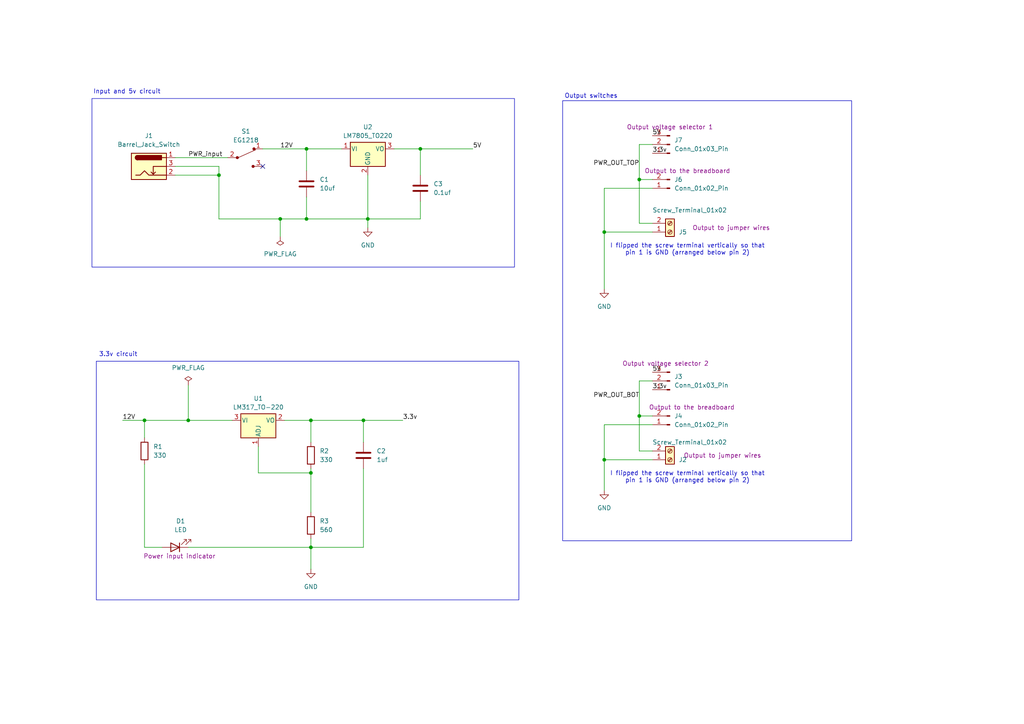
<source format=kicad_sch>
(kicad_sch
	(version 20250114)
	(generator "eeschema")
	(generator_version "9.0")
	(uuid "41ef537d-87eb-4581-a662-6f86a9d5e654")
	(paper "A4")
	(title_block
		(title "Breadboard Power Supply ")
		(date "2025-12-23")
		(rev "2")
		(company "SAKTHI")
	)
	(lib_symbols
		(symbol "Connector:Barrel_Jack_Switch"
			(pin_names
				(hide yes)
			)
			(exclude_from_sim no)
			(in_bom yes)
			(on_board yes)
			(property "Reference" "J"
				(at 0 5.334 0)
				(effects
					(font
						(size 1.27 1.27)
					)
				)
			)
			(property "Value" "Barrel_Jack_Switch"
				(at 0 -5.08 0)
				(effects
					(font
						(size 1.27 1.27)
					)
				)
			)
			(property "Footprint" ""
				(at 1.27 -1.016 0)
				(effects
					(font
						(size 1.27 1.27)
					)
					(hide yes)
				)
			)
			(property "Datasheet" "~"
				(at 1.27 -1.016 0)
				(effects
					(font
						(size 1.27 1.27)
					)
					(hide yes)
				)
			)
			(property "Description" "DC Barrel Jack with an internal switch"
				(at 0 0 0)
				(effects
					(font
						(size 1.27 1.27)
					)
					(hide yes)
				)
			)
			(property "ki_keywords" "DC power barrel jack connector"
				(at 0 0 0)
				(effects
					(font
						(size 1.27 1.27)
					)
					(hide yes)
				)
			)
			(property "ki_fp_filters" "BarrelJack*"
				(at 0 0 0)
				(effects
					(font
						(size 1.27 1.27)
					)
					(hide yes)
				)
			)
			(symbol "Barrel_Jack_Switch_0_1"
				(rectangle
					(start -5.08 3.81)
					(end 5.08 -3.81)
					(stroke
						(width 0.254)
						(type default)
					)
					(fill
						(type background)
					)
				)
				(polyline
					(pts
						(xy -3.81 -2.54) (xy -2.54 -2.54) (xy -1.27 -1.27) (xy 0 -2.54) (xy 2.54 -2.54) (xy 5.08 -2.54)
					)
					(stroke
						(width 0.254)
						(type default)
					)
					(fill
						(type none)
					)
				)
				(arc
					(start -3.302 1.905)
					(mid -3.9343 2.54)
					(end -3.302 3.175)
					(stroke
						(width 0.254)
						(type default)
					)
					(fill
						(type none)
					)
				)
				(arc
					(start -3.302 1.905)
					(mid -3.9343 2.54)
					(end -3.302 3.175)
					(stroke
						(width 0.254)
						(type default)
					)
					(fill
						(type outline)
					)
				)
				(polyline
					(pts
						(xy 1.27 -2.286) (xy 1.905 -1.651)
					)
					(stroke
						(width 0.254)
						(type default)
					)
					(fill
						(type none)
					)
				)
				(rectangle
					(start 3.683 3.175)
					(end -3.302 1.905)
					(stroke
						(width 0.254)
						(type default)
					)
					(fill
						(type outline)
					)
				)
				(polyline
					(pts
						(xy 5.08 2.54) (xy 3.81 2.54)
					)
					(stroke
						(width 0.254)
						(type default)
					)
					(fill
						(type none)
					)
				)
				(polyline
					(pts
						(xy 5.08 0) (xy 1.27 0) (xy 1.27 -2.286) (xy 0.635 -1.651)
					)
					(stroke
						(width 0.254)
						(type default)
					)
					(fill
						(type none)
					)
				)
			)
			(symbol "Barrel_Jack_Switch_1_1"
				(pin passive line
					(at 7.62 2.54 180)
					(length 2.54)
					(name "~"
						(effects
							(font
								(size 1.27 1.27)
							)
						)
					)
					(number "1"
						(effects
							(font
								(size 1.27 1.27)
							)
						)
					)
				)
				(pin passive line
					(at 7.62 0 180)
					(length 2.54)
					(name "~"
						(effects
							(font
								(size 1.27 1.27)
							)
						)
					)
					(number "3"
						(effects
							(font
								(size 1.27 1.27)
							)
						)
					)
				)
				(pin passive line
					(at 7.62 -2.54 180)
					(length 2.54)
					(name "~"
						(effects
							(font
								(size 1.27 1.27)
							)
						)
					)
					(number "2"
						(effects
							(font
								(size 1.27 1.27)
							)
						)
					)
				)
			)
			(embedded_fonts no)
		)
		(symbol "Connector:Conn_01x02_Pin"
			(pin_names
				(offset 1.016)
				(hide yes)
			)
			(exclude_from_sim no)
			(in_bom yes)
			(on_board yes)
			(property "Reference" "J"
				(at 0 2.54 0)
				(effects
					(font
						(size 1.27 1.27)
					)
				)
			)
			(property "Value" "Conn_01x02_Pin"
				(at 0 -5.08 0)
				(effects
					(font
						(size 1.27 1.27)
					)
				)
			)
			(property "Footprint" ""
				(at 0 0 0)
				(effects
					(font
						(size 1.27 1.27)
					)
					(hide yes)
				)
			)
			(property "Datasheet" "~"
				(at 0 0 0)
				(effects
					(font
						(size 1.27 1.27)
					)
					(hide yes)
				)
			)
			(property "Description" "Generic connector, single row, 01x02, script generated"
				(at 0 0 0)
				(effects
					(font
						(size 1.27 1.27)
					)
					(hide yes)
				)
			)
			(property "ki_locked" ""
				(at 0 0 0)
				(effects
					(font
						(size 1.27 1.27)
					)
				)
			)
			(property "ki_keywords" "connector"
				(at 0 0 0)
				(effects
					(font
						(size 1.27 1.27)
					)
					(hide yes)
				)
			)
			(property "ki_fp_filters" "Connector*:*_1x??_*"
				(at 0 0 0)
				(effects
					(font
						(size 1.27 1.27)
					)
					(hide yes)
				)
			)
			(symbol "Conn_01x02_Pin_1_1"
				(rectangle
					(start 0.8636 0.127)
					(end 0 -0.127)
					(stroke
						(width 0.1524)
						(type default)
					)
					(fill
						(type outline)
					)
				)
				(rectangle
					(start 0.8636 -2.413)
					(end 0 -2.667)
					(stroke
						(width 0.1524)
						(type default)
					)
					(fill
						(type outline)
					)
				)
				(polyline
					(pts
						(xy 1.27 0) (xy 0.8636 0)
					)
					(stroke
						(width 0.1524)
						(type default)
					)
					(fill
						(type none)
					)
				)
				(polyline
					(pts
						(xy 1.27 -2.54) (xy 0.8636 -2.54)
					)
					(stroke
						(width 0.1524)
						(type default)
					)
					(fill
						(type none)
					)
				)
				(pin passive line
					(at 5.08 0 180)
					(length 3.81)
					(name "Pin_1"
						(effects
							(font
								(size 1.27 1.27)
							)
						)
					)
					(number "1"
						(effects
							(font
								(size 1.27 1.27)
							)
						)
					)
				)
				(pin passive line
					(at 5.08 -2.54 180)
					(length 3.81)
					(name "Pin_2"
						(effects
							(font
								(size 1.27 1.27)
							)
						)
					)
					(number "2"
						(effects
							(font
								(size 1.27 1.27)
							)
						)
					)
				)
			)
			(embedded_fonts no)
		)
		(symbol "Connector:Conn_01x03_Pin"
			(pin_names
				(offset 1.016)
				(hide yes)
			)
			(exclude_from_sim no)
			(in_bom yes)
			(on_board yes)
			(property "Reference" "J"
				(at 0 5.08 0)
				(effects
					(font
						(size 1.27 1.27)
					)
				)
			)
			(property "Value" "Conn_01x03_Pin"
				(at 0 -5.08 0)
				(effects
					(font
						(size 1.27 1.27)
					)
				)
			)
			(property "Footprint" ""
				(at 0 0 0)
				(effects
					(font
						(size 1.27 1.27)
					)
					(hide yes)
				)
			)
			(property "Datasheet" "~"
				(at 0 0 0)
				(effects
					(font
						(size 1.27 1.27)
					)
					(hide yes)
				)
			)
			(property "Description" "Generic connector, single row, 01x03, script generated"
				(at 0 0 0)
				(effects
					(font
						(size 1.27 1.27)
					)
					(hide yes)
				)
			)
			(property "ki_locked" ""
				(at 0 0 0)
				(effects
					(font
						(size 1.27 1.27)
					)
				)
			)
			(property "ki_keywords" "connector"
				(at 0 0 0)
				(effects
					(font
						(size 1.27 1.27)
					)
					(hide yes)
				)
			)
			(property "ki_fp_filters" "Connector*:*_1x??_*"
				(at 0 0 0)
				(effects
					(font
						(size 1.27 1.27)
					)
					(hide yes)
				)
			)
			(symbol "Conn_01x03_Pin_1_1"
				(rectangle
					(start 0.8636 2.667)
					(end 0 2.413)
					(stroke
						(width 0.1524)
						(type default)
					)
					(fill
						(type outline)
					)
				)
				(rectangle
					(start 0.8636 0.127)
					(end 0 -0.127)
					(stroke
						(width 0.1524)
						(type default)
					)
					(fill
						(type outline)
					)
				)
				(rectangle
					(start 0.8636 -2.413)
					(end 0 -2.667)
					(stroke
						(width 0.1524)
						(type default)
					)
					(fill
						(type outline)
					)
				)
				(polyline
					(pts
						(xy 1.27 2.54) (xy 0.8636 2.54)
					)
					(stroke
						(width 0.1524)
						(type default)
					)
					(fill
						(type none)
					)
				)
				(polyline
					(pts
						(xy 1.27 0) (xy 0.8636 0)
					)
					(stroke
						(width 0.1524)
						(type default)
					)
					(fill
						(type none)
					)
				)
				(polyline
					(pts
						(xy 1.27 -2.54) (xy 0.8636 -2.54)
					)
					(stroke
						(width 0.1524)
						(type default)
					)
					(fill
						(type none)
					)
				)
				(pin passive line
					(at 5.08 2.54 180)
					(length 3.81)
					(name "Pin_1"
						(effects
							(font
								(size 1.27 1.27)
							)
						)
					)
					(number "1"
						(effects
							(font
								(size 1.27 1.27)
							)
						)
					)
				)
				(pin passive line
					(at 5.08 0 180)
					(length 3.81)
					(name "Pin_2"
						(effects
							(font
								(size 1.27 1.27)
							)
						)
					)
					(number "2"
						(effects
							(font
								(size 1.27 1.27)
							)
						)
					)
				)
				(pin passive line
					(at 5.08 -2.54 180)
					(length 3.81)
					(name "Pin_3"
						(effects
							(font
								(size 1.27 1.27)
							)
						)
					)
					(number "3"
						(effects
							(font
								(size 1.27 1.27)
							)
						)
					)
				)
			)
			(embedded_fonts no)
		)
		(symbol "Connector:Screw_Terminal_01x02"
			(pin_names
				(offset 1.016)
				(hide yes)
			)
			(exclude_from_sim no)
			(in_bom yes)
			(on_board yes)
			(property "Reference" "J"
				(at 0 2.54 0)
				(effects
					(font
						(size 1.27 1.27)
					)
				)
			)
			(property "Value" "Screw_Terminal_01x02"
				(at 0 -5.08 0)
				(effects
					(font
						(size 1.27 1.27)
					)
				)
			)
			(property "Footprint" ""
				(at 0 0 0)
				(effects
					(font
						(size 1.27 1.27)
					)
					(hide yes)
				)
			)
			(property "Datasheet" "~"
				(at 0 0 0)
				(effects
					(font
						(size 1.27 1.27)
					)
					(hide yes)
				)
			)
			(property "Description" "Generic screw terminal, single row, 01x02, script generated (kicad-library-utils/schlib/autogen/connector/)"
				(at 0 0 0)
				(effects
					(font
						(size 1.27 1.27)
					)
					(hide yes)
				)
			)
			(property "ki_keywords" "screw terminal"
				(at 0 0 0)
				(effects
					(font
						(size 1.27 1.27)
					)
					(hide yes)
				)
			)
			(property "ki_fp_filters" "TerminalBlock*:*"
				(at 0 0 0)
				(effects
					(font
						(size 1.27 1.27)
					)
					(hide yes)
				)
			)
			(symbol "Screw_Terminal_01x02_1_1"
				(rectangle
					(start -1.27 1.27)
					(end 1.27 -3.81)
					(stroke
						(width 0.254)
						(type default)
					)
					(fill
						(type background)
					)
				)
				(polyline
					(pts
						(xy -0.5334 0.3302) (xy 0.3302 -0.508)
					)
					(stroke
						(width 0.1524)
						(type default)
					)
					(fill
						(type none)
					)
				)
				(polyline
					(pts
						(xy -0.5334 -2.2098) (xy 0.3302 -3.048)
					)
					(stroke
						(width 0.1524)
						(type default)
					)
					(fill
						(type none)
					)
				)
				(polyline
					(pts
						(xy -0.3556 0.508) (xy 0.508 -0.3302)
					)
					(stroke
						(width 0.1524)
						(type default)
					)
					(fill
						(type none)
					)
				)
				(polyline
					(pts
						(xy -0.3556 -2.032) (xy 0.508 -2.8702)
					)
					(stroke
						(width 0.1524)
						(type default)
					)
					(fill
						(type none)
					)
				)
				(circle
					(center 0 0)
					(radius 0.635)
					(stroke
						(width 0.1524)
						(type default)
					)
					(fill
						(type none)
					)
				)
				(circle
					(center 0 -2.54)
					(radius 0.635)
					(stroke
						(width 0.1524)
						(type default)
					)
					(fill
						(type none)
					)
				)
				(pin passive line
					(at -5.08 0 0)
					(length 3.81)
					(name "Pin_1"
						(effects
							(font
								(size 1.27 1.27)
							)
						)
					)
					(number "1"
						(effects
							(font
								(size 1.27 1.27)
							)
						)
					)
				)
				(pin passive line
					(at -5.08 -2.54 0)
					(length 3.81)
					(name "Pin_2"
						(effects
							(font
								(size 1.27 1.27)
							)
						)
					)
					(number "2"
						(effects
							(font
								(size 1.27 1.27)
							)
						)
					)
				)
			)
			(embedded_fonts no)
		)
		(symbol "Device:C"
			(pin_numbers
				(hide yes)
			)
			(pin_names
				(offset 0.254)
			)
			(exclude_from_sim no)
			(in_bom yes)
			(on_board yes)
			(property "Reference" "C"
				(at 0.635 2.54 0)
				(effects
					(font
						(size 1.27 1.27)
					)
					(justify left)
				)
			)
			(property "Value" "C"
				(at 0.635 -2.54 0)
				(effects
					(font
						(size 1.27 1.27)
					)
					(justify left)
				)
			)
			(property "Footprint" ""
				(at 0.9652 -3.81 0)
				(effects
					(font
						(size 1.27 1.27)
					)
					(hide yes)
				)
			)
			(property "Datasheet" "~"
				(at 0 0 0)
				(effects
					(font
						(size 1.27 1.27)
					)
					(hide yes)
				)
			)
			(property "Description" "Unpolarized capacitor"
				(at 0 0 0)
				(effects
					(font
						(size 1.27 1.27)
					)
					(hide yes)
				)
			)
			(property "ki_keywords" "cap capacitor"
				(at 0 0 0)
				(effects
					(font
						(size 1.27 1.27)
					)
					(hide yes)
				)
			)
			(property "ki_fp_filters" "C_*"
				(at 0 0 0)
				(effects
					(font
						(size 1.27 1.27)
					)
					(hide yes)
				)
			)
			(symbol "C_0_1"
				(polyline
					(pts
						(xy -2.032 0.762) (xy 2.032 0.762)
					)
					(stroke
						(width 0.508)
						(type default)
					)
					(fill
						(type none)
					)
				)
				(polyline
					(pts
						(xy -2.032 -0.762) (xy 2.032 -0.762)
					)
					(stroke
						(width 0.508)
						(type default)
					)
					(fill
						(type none)
					)
				)
			)
			(symbol "C_1_1"
				(pin passive line
					(at 0 3.81 270)
					(length 2.794)
					(name "~"
						(effects
							(font
								(size 1.27 1.27)
							)
						)
					)
					(number "1"
						(effects
							(font
								(size 1.27 1.27)
							)
						)
					)
				)
				(pin passive line
					(at 0 -3.81 90)
					(length 2.794)
					(name "~"
						(effects
							(font
								(size 1.27 1.27)
							)
						)
					)
					(number "2"
						(effects
							(font
								(size 1.27 1.27)
							)
						)
					)
				)
			)
			(embedded_fonts no)
		)
		(symbol "Device:LED"
			(pin_numbers
				(hide yes)
			)
			(pin_names
				(offset 1.016)
				(hide yes)
			)
			(exclude_from_sim no)
			(in_bom yes)
			(on_board yes)
			(property "Reference" "D"
				(at 0 2.54 0)
				(effects
					(font
						(size 1.27 1.27)
					)
				)
			)
			(property "Value" "LED"
				(at 0 -2.54 0)
				(effects
					(font
						(size 1.27 1.27)
					)
				)
			)
			(property "Footprint" ""
				(at 0 0 0)
				(effects
					(font
						(size 1.27 1.27)
					)
					(hide yes)
				)
			)
			(property "Datasheet" "~"
				(at 0 0 0)
				(effects
					(font
						(size 1.27 1.27)
					)
					(hide yes)
				)
			)
			(property "Description" "Light emitting diode"
				(at 0 0 0)
				(effects
					(font
						(size 1.27 1.27)
					)
					(hide yes)
				)
			)
			(property "Sim.Pins" "1=K 2=A"
				(at 0 0 0)
				(effects
					(font
						(size 1.27 1.27)
					)
					(hide yes)
				)
			)
			(property "ki_keywords" "LED diode"
				(at 0 0 0)
				(effects
					(font
						(size 1.27 1.27)
					)
					(hide yes)
				)
			)
			(property "ki_fp_filters" "LED* LED_SMD:* LED_THT:*"
				(at 0 0 0)
				(effects
					(font
						(size 1.27 1.27)
					)
					(hide yes)
				)
			)
			(symbol "LED_0_1"
				(polyline
					(pts
						(xy -3.048 -0.762) (xy -4.572 -2.286) (xy -3.81 -2.286) (xy -4.572 -2.286) (xy -4.572 -1.524)
					)
					(stroke
						(width 0)
						(type default)
					)
					(fill
						(type none)
					)
				)
				(polyline
					(pts
						(xy -1.778 -0.762) (xy -3.302 -2.286) (xy -2.54 -2.286) (xy -3.302 -2.286) (xy -3.302 -1.524)
					)
					(stroke
						(width 0)
						(type default)
					)
					(fill
						(type none)
					)
				)
				(polyline
					(pts
						(xy -1.27 0) (xy 1.27 0)
					)
					(stroke
						(width 0)
						(type default)
					)
					(fill
						(type none)
					)
				)
				(polyline
					(pts
						(xy -1.27 -1.27) (xy -1.27 1.27)
					)
					(stroke
						(width 0.254)
						(type default)
					)
					(fill
						(type none)
					)
				)
				(polyline
					(pts
						(xy 1.27 -1.27) (xy 1.27 1.27) (xy -1.27 0) (xy 1.27 -1.27)
					)
					(stroke
						(width 0.254)
						(type default)
					)
					(fill
						(type none)
					)
				)
			)
			(symbol "LED_1_1"
				(pin passive line
					(at -3.81 0 0)
					(length 2.54)
					(name "K"
						(effects
							(font
								(size 1.27 1.27)
							)
						)
					)
					(number "1"
						(effects
							(font
								(size 1.27 1.27)
							)
						)
					)
				)
				(pin passive line
					(at 3.81 0 180)
					(length 2.54)
					(name "A"
						(effects
							(font
								(size 1.27 1.27)
							)
						)
					)
					(number "2"
						(effects
							(font
								(size 1.27 1.27)
							)
						)
					)
				)
			)
			(embedded_fonts no)
		)
		(symbol "Device:R"
			(pin_numbers
				(hide yes)
			)
			(pin_names
				(offset 0)
			)
			(exclude_from_sim no)
			(in_bom yes)
			(on_board yes)
			(property "Reference" "R"
				(at 2.032 0 90)
				(effects
					(font
						(size 1.27 1.27)
					)
				)
			)
			(property "Value" "R"
				(at 0 0 90)
				(effects
					(font
						(size 1.27 1.27)
					)
				)
			)
			(property "Footprint" ""
				(at -1.778 0 90)
				(effects
					(font
						(size 1.27 1.27)
					)
					(hide yes)
				)
			)
			(property "Datasheet" "~"
				(at 0 0 0)
				(effects
					(font
						(size 1.27 1.27)
					)
					(hide yes)
				)
			)
			(property "Description" "Resistor"
				(at 0 0 0)
				(effects
					(font
						(size 1.27 1.27)
					)
					(hide yes)
				)
			)
			(property "ki_keywords" "R res resistor"
				(at 0 0 0)
				(effects
					(font
						(size 1.27 1.27)
					)
					(hide yes)
				)
			)
			(property "ki_fp_filters" "R_*"
				(at 0 0 0)
				(effects
					(font
						(size 1.27 1.27)
					)
					(hide yes)
				)
			)
			(symbol "R_0_1"
				(rectangle
					(start -1.016 -2.54)
					(end 1.016 2.54)
					(stroke
						(width 0.254)
						(type default)
					)
					(fill
						(type none)
					)
				)
			)
			(symbol "R_1_1"
				(pin passive line
					(at 0 3.81 270)
					(length 1.27)
					(name "~"
						(effects
							(font
								(size 1.27 1.27)
							)
						)
					)
					(number "1"
						(effects
							(font
								(size 1.27 1.27)
							)
						)
					)
				)
				(pin passive line
					(at 0 -3.81 90)
					(length 1.27)
					(name "~"
						(effects
							(font
								(size 1.27 1.27)
							)
						)
					)
					(number "2"
						(effects
							(font
								(size 1.27 1.27)
							)
						)
					)
				)
			)
			(embedded_fonts no)
		)
		(symbol "Regulator_Linear:LM317_TO-220"
			(pin_names
				(offset 0.254)
			)
			(exclude_from_sim no)
			(in_bom yes)
			(on_board yes)
			(property "Reference" "U"
				(at -3.81 3.175 0)
				(effects
					(font
						(size 1.27 1.27)
					)
				)
			)
			(property "Value" "LM317_TO-220"
				(at 0 3.175 0)
				(effects
					(font
						(size 1.27 1.27)
					)
					(justify left)
				)
			)
			(property "Footprint" "Package_TO_SOT_THT:TO-220-3_Vertical"
				(at 0 6.35 0)
				(effects
					(font
						(size 1.27 1.27)
						(italic yes)
					)
					(hide yes)
				)
			)
			(property "Datasheet" "http://www.ti.com/lit/ds/symlink/lm317.pdf"
				(at 0 0 0)
				(effects
					(font
						(size 1.27 1.27)
					)
					(hide yes)
				)
			)
			(property "Description" "1.5A 35V Adjustable Linear Regulator, TO-220"
				(at 0 0 0)
				(effects
					(font
						(size 1.27 1.27)
					)
					(hide yes)
				)
			)
			(property "ki_keywords" "Adjustable Voltage Regulator 1A Positive"
				(at 0 0 0)
				(effects
					(font
						(size 1.27 1.27)
					)
					(hide yes)
				)
			)
			(property "ki_fp_filters" "TO?220*"
				(at 0 0 0)
				(effects
					(font
						(size 1.27 1.27)
					)
					(hide yes)
				)
			)
			(symbol "LM317_TO-220_0_1"
				(rectangle
					(start -5.08 1.905)
					(end 5.08 -5.08)
					(stroke
						(width 0.254)
						(type default)
					)
					(fill
						(type background)
					)
				)
			)
			(symbol "LM317_TO-220_1_1"
				(pin power_in line
					(at -7.62 0 0)
					(length 2.54)
					(name "VI"
						(effects
							(font
								(size 1.27 1.27)
							)
						)
					)
					(number "3"
						(effects
							(font
								(size 1.27 1.27)
							)
						)
					)
				)
				(pin input line
					(at 0 -7.62 90)
					(length 2.54)
					(name "ADJ"
						(effects
							(font
								(size 1.27 1.27)
							)
						)
					)
					(number "1"
						(effects
							(font
								(size 1.27 1.27)
							)
						)
					)
				)
				(pin power_out line
					(at 7.62 0 180)
					(length 2.54)
					(name "VO"
						(effects
							(font
								(size 1.27 1.27)
							)
						)
					)
					(number "2"
						(effects
							(font
								(size 1.27 1.27)
							)
						)
					)
				)
			)
			(embedded_fonts no)
		)
		(symbol "Regulator_Linear:LM7805_TO220"
			(pin_names
				(offset 0.254)
			)
			(exclude_from_sim no)
			(in_bom yes)
			(on_board yes)
			(property "Reference" "U"
				(at -3.81 3.175 0)
				(effects
					(font
						(size 1.27 1.27)
					)
				)
			)
			(property "Value" "LM7805_TO220"
				(at 0 3.175 0)
				(effects
					(font
						(size 1.27 1.27)
					)
					(justify left)
				)
			)
			(property "Footprint" "Package_TO_SOT_THT:TO-220-3_Vertical"
				(at 0 5.715 0)
				(effects
					(font
						(size 1.27 1.27)
						(italic yes)
					)
					(hide yes)
				)
			)
			(property "Datasheet" "https://www.onsemi.cn/PowerSolutions/document/MC7800-D.PDF"
				(at 0 -1.27 0)
				(effects
					(font
						(size 1.27 1.27)
					)
					(hide yes)
				)
			)
			(property "Description" "Positive 1A 35V Linear Regulator, Fixed Output 5V, TO-220"
				(at 0 0 0)
				(effects
					(font
						(size 1.27 1.27)
					)
					(hide yes)
				)
			)
			(property "ki_keywords" "Voltage Regulator 1A Positive"
				(at 0 0 0)
				(effects
					(font
						(size 1.27 1.27)
					)
					(hide yes)
				)
			)
			(property "ki_fp_filters" "TO?220*"
				(at 0 0 0)
				(effects
					(font
						(size 1.27 1.27)
					)
					(hide yes)
				)
			)
			(symbol "LM7805_TO220_0_1"
				(rectangle
					(start -5.08 1.905)
					(end 5.08 -5.08)
					(stroke
						(width 0.254)
						(type default)
					)
					(fill
						(type background)
					)
				)
			)
			(symbol "LM7805_TO220_1_1"
				(pin power_in line
					(at -7.62 0 0)
					(length 2.54)
					(name "VI"
						(effects
							(font
								(size 1.27 1.27)
							)
						)
					)
					(number "1"
						(effects
							(font
								(size 1.27 1.27)
							)
						)
					)
				)
				(pin power_in line
					(at 0 -7.62 90)
					(length 2.54)
					(name "GND"
						(effects
							(font
								(size 1.27 1.27)
							)
						)
					)
					(number "2"
						(effects
							(font
								(size 1.27 1.27)
							)
						)
					)
				)
				(pin power_out line
					(at 7.62 0 180)
					(length 2.54)
					(name "VO"
						(effects
							(font
								(size 1.27 1.27)
							)
						)
					)
					(number "3"
						(effects
							(font
								(size 1.27 1.27)
							)
						)
					)
				)
			)
			(embedded_fonts no)
		)
		(symbol "dk_Slide-Switches:EG1218"
			(pin_names
				(offset 0)
			)
			(exclude_from_sim no)
			(in_bom yes)
			(on_board yes)
			(property "Reference" "S"
				(at -3.81 2.286 0)
				(effects
					(font
						(size 1.27 1.27)
					)
				)
			)
			(property "Value" "EG1218"
				(at 0 -5.334 0)
				(effects
					(font
						(size 1.27 1.27)
					)
				)
			)
			(property "Footprint" "digikey-footprints:Switch_Slide_11.6x4mm_EG1218"
				(at 5.08 5.08 0)
				(effects
					(font
						(size 1.27 1.27)
					)
					(justify left)
					(hide yes)
				)
			)
			(property "Datasheet" "http://spec_sheets.e-switch.com/specs/P040040.pdf"
				(at 5.08 7.62 0)
				(effects
					(font
						(size 1.524 1.524)
					)
					(justify left)
					(hide yes)
				)
			)
			(property "Description" "SWITCH SLIDE SPDT 200MA 30V"
				(at 0 0 0)
				(effects
					(font
						(size 1.27 1.27)
					)
					(hide yes)
				)
			)
			(property "Digi-Key_PN" "EG1903-ND"
				(at 5.08 10.16 0)
				(effects
					(font
						(size 1.524 1.524)
					)
					(justify left)
					(hide yes)
				)
			)
			(property "MPN" "EG1218"
				(at 5.08 12.7 0)
				(effects
					(font
						(size 1.524 1.524)
					)
					(justify left)
					(hide yes)
				)
			)
			(property "Category" "Switches"
				(at 5.08 15.24 0)
				(effects
					(font
						(size 1.524 1.524)
					)
					(justify left)
					(hide yes)
				)
			)
			(property "Family" "Slide Switches"
				(at 5.08 17.78 0)
				(effects
					(font
						(size 1.524 1.524)
					)
					(justify left)
					(hide yes)
				)
			)
			(property "DK_Datasheet_Link" "http://spec_sheets.e-switch.com/specs/P040040.pdf"
				(at 5.08 20.32 0)
				(effects
					(font
						(size 1.524 1.524)
					)
					(justify left)
					(hide yes)
				)
			)
			(property "DK_Detail_Page" "/product-detail/en/e-switch/EG1218/EG1903-ND/101726"
				(at 5.08 22.86 0)
				(effects
					(font
						(size 1.524 1.524)
					)
					(justify left)
					(hide yes)
				)
			)
			(property "Description_1" "SWITCH SLIDE SPDT 200MA 30V"
				(at 5.08 25.4 0)
				(effects
					(font
						(size 1.524 1.524)
					)
					(justify left)
					(hide yes)
				)
			)
			(property "Manufacturer" "E-Switch"
				(at 5.08 27.94 0)
				(effects
					(font
						(size 1.524 1.524)
					)
					(justify left)
					(hide yes)
				)
			)
			(property "Status" "Active"
				(at 5.08 30.48 0)
				(effects
					(font
						(size 1.524 1.524)
					)
					(justify left)
					(hide yes)
				)
			)
			(property "ki_keywords" "EG1903-ND EG"
				(at 0 0 0)
				(effects
					(font
						(size 1.27 1.27)
					)
					(hide yes)
				)
			)
			(symbol "EG1218_0_1"
				(circle
					(center -2.286 0)
					(radius 0.3556)
					(stroke
						(width 0)
						(type solid)
					)
					(fill
						(type outline)
					)
				)
				(polyline
					(pts
						(xy -2.032 0) (xy 3.048 2.286)
					)
					(stroke
						(width 0)
						(type solid)
					)
					(fill
						(type none)
					)
				)
				(circle
					(center 2.286 -2.54)
					(radius 0.3556)
					(stroke
						(width 0)
						(type solid)
					)
					(fill
						(type outline)
					)
				)
				(circle
					(center 2.54 2.54)
					(radius 0.3556)
					(stroke
						(width 0)
						(type solid)
					)
					(fill
						(type outline)
					)
				)
			)
			(symbol "EG1218_1_1"
				(pin passive line
					(at -5.08 0 0)
					(length 2.54)
					(name "~"
						(effects
							(font
								(size 1.27 1.27)
							)
						)
					)
					(number "2"
						(effects
							(font
								(size 1.27 1.27)
							)
						)
					)
				)
				(pin passive line
					(at 5.08 2.54 180)
					(length 2.54)
					(name "~"
						(effects
							(font
								(size 1.27 1.27)
							)
						)
					)
					(number "1"
						(effects
							(font
								(size 1.27 1.27)
							)
						)
					)
				)
				(pin passive line
					(at 5.08 -2.54 180)
					(length 2.54)
					(name "~"
						(effects
							(font
								(size 1.27 1.27)
							)
						)
					)
					(number "3"
						(effects
							(font
								(size 1.27 1.27)
							)
						)
					)
				)
			)
			(embedded_fonts no)
		)
		(symbol "power:GND"
			(power)
			(pin_numbers
				(hide yes)
			)
			(pin_names
				(offset 0)
				(hide yes)
			)
			(exclude_from_sim no)
			(in_bom yes)
			(on_board yes)
			(property "Reference" "#PWR"
				(at 0 -6.35 0)
				(effects
					(font
						(size 1.27 1.27)
					)
					(hide yes)
				)
			)
			(property "Value" "GND"
				(at 0 -3.81 0)
				(effects
					(font
						(size 1.27 1.27)
					)
				)
			)
			(property "Footprint" ""
				(at 0 0 0)
				(effects
					(font
						(size 1.27 1.27)
					)
					(hide yes)
				)
			)
			(property "Datasheet" ""
				(at 0 0 0)
				(effects
					(font
						(size 1.27 1.27)
					)
					(hide yes)
				)
			)
			(property "Description" "Power symbol creates a global label with name \"GND\" , ground"
				(at 0 0 0)
				(effects
					(font
						(size 1.27 1.27)
					)
					(hide yes)
				)
			)
			(property "ki_keywords" "global power"
				(at 0 0 0)
				(effects
					(font
						(size 1.27 1.27)
					)
					(hide yes)
				)
			)
			(symbol "GND_0_1"
				(polyline
					(pts
						(xy 0 0) (xy 0 -1.27) (xy 1.27 -1.27) (xy 0 -2.54) (xy -1.27 -1.27) (xy 0 -1.27)
					)
					(stroke
						(width 0)
						(type default)
					)
					(fill
						(type none)
					)
				)
			)
			(symbol "GND_1_1"
				(pin power_in line
					(at 0 0 270)
					(length 0)
					(name "~"
						(effects
							(font
								(size 1.27 1.27)
							)
						)
					)
					(number "1"
						(effects
							(font
								(size 1.27 1.27)
							)
						)
					)
				)
			)
			(embedded_fonts no)
		)
		(symbol "power:PWR_FLAG"
			(power)
			(pin_numbers
				(hide yes)
			)
			(pin_names
				(offset 0)
				(hide yes)
			)
			(exclude_from_sim no)
			(in_bom yes)
			(on_board yes)
			(property "Reference" "#FLG"
				(at 0 1.905 0)
				(effects
					(font
						(size 1.27 1.27)
					)
					(hide yes)
				)
			)
			(property "Value" "PWR_FLAG"
				(at 0 3.81 0)
				(effects
					(font
						(size 1.27 1.27)
					)
				)
			)
			(property "Footprint" ""
				(at 0 0 0)
				(effects
					(font
						(size 1.27 1.27)
					)
					(hide yes)
				)
			)
			(property "Datasheet" "~"
				(at 0 0 0)
				(effects
					(font
						(size 1.27 1.27)
					)
					(hide yes)
				)
			)
			(property "Description" "Special symbol for telling ERC where power comes from"
				(at 0 0 0)
				(effects
					(font
						(size 1.27 1.27)
					)
					(hide yes)
				)
			)
			(property "ki_keywords" "flag power"
				(at 0 0 0)
				(effects
					(font
						(size 1.27 1.27)
					)
					(hide yes)
				)
			)
			(symbol "PWR_FLAG_0_0"
				(pin power_out line
					(at 0 0 90)
					(length 0)
					(name "~"
						(effects
							(font
								(size 1.27 1.27)
							)
						)
					)
					(number "1"
						(effects
							(font
								(size 1.27 1.27)
							)
						)
					)
				)
			)
			(symbol "PWR_FLAG_0_1"
				(polyline
					(pts
						(xy 0 0) (xy 0 1.27) (xy -1.016 1.905) (xy 0 2.54) (xy 1.016 1.905) (xy 0 1.27)
					)
					(stroke
						(width 0)
						(type default)
					)
					(fill
						(type none)
					)
				)
			)
			(embedded_fonts no)
		)
	)
	(text "I flipped the screw terminal vertically so that\npin 1 is GND (arranged below pin 2)"
		(exclude_from_sim no)
		(at 199.39 72.39 0)
		(effects
			(font
				(size 1.27 1.27)
			)
		)
		(uuid "05e2b471-caf6-42d6-8cc2-0027b06c5761")
	)
	(text "Input and 5v circuit\n"
		(exclude_from_sim no)
		(at 36.83 26.67 0)
		(effects
			(font
				(size 1.27 1.27)
			)
		)
		(uuid "541353e0-648c-4ca3-8f7d-4e348e686758")
	)
	(text "Output switches\n"
		(exclude_from_sim no)
		(at 171.45 27.94 0)
		(effects
			(font
				(size 1.27 1.27)
			)
		)
		(uuid "5a72086c-2acd-42e9-9740-8ddb0af344da")
	)
	(text "3.3v circuit\n"
		(exclude_from_sim no)
		(at 34.29 102.87 0)
		(effects
			(font
				(size 1.27 1.27)
			)
		)
		(uuid "734acfe8-b51b-4c99-815a-e6999d0ab92f")
	)
	(text "I flipped the screw terminal vertically so that\npin 1 is GND (arranged below pin 2)"
		(exclude_from_sim no)
		(at 199.39 138.43 0)
		(effects
			(font
				(size 1.27 1.27)
			)
		)
		(uuid "b416ff06-2c27-4511-85d1-04d9b2bc7528")
	)
	(text_box ""
		(exclude_from_sim no)
		(at 27.94 104.775 0)
		(size 122.555 69.215)
		(margins 0.9525 0.9525 0.9525 0.9525)
		(stroke
			(width 0)
			(type solid)
		)
		(fill
			(type none)
		)
		(effects
			(font
				(size 1.27 1.27)
			)
			(justify left top)
		)
		(uuid "b0fb5afc-cf2a-42a2-b53e-88dbcfca7357")
	)
	(text_box ""
		(exclude_from_sim no)
		(at 26.67 28.575 0)
		(size 122.555 48.895)
		(margins 0.9525 0.9525 0.9525 0.9525)
		(stroke
			(width 0)
			(type solid)
		)
		(fill
			(type none)
		)
		(effects
			(font
				(size 1.27 1.27)
			)
			(justify left top)
		)
		(uuid "cd4380df-9f65-4b90-b036-3ee267774876")
	)
	(text_box ""
		(exclude_from_sim no)
		(at 163.195 29.21 0)
		(size 83.82 127.635)
		(margins 0.9525 0.9525 0.9525 0.9525)
		(stroke
			(width 0)
			(type solid)
		)
		(fill
			(type none)
		)
		(effects
			(font
				(size 1.27 1.27)
			)
			(justify left top)
		)
		(uuid "ecb87097-7083-40d1-b334-578946a6a9f6")
	)
	(junction
		(at 63.5 50.8)
		(diameter 0)
		(color 0 0 0 0)
		(uuid "16eb62b6-89a9-4af4-b39f-2a7552bef321")
	)
	(junction
		(at 88.9 63.5)
		(diameter 0)
		(color 0 0 0 0)
		(uuid "46c24e56-b248-4cc0-9daf-c44eba92c096")
	)
	(junction
		(at 185.42 52.07)
		(diameter 0)
		(color 0 0 0 0)
		(uuid "4f829c4a-7ae0-40d4-85ad-ae2fb1cd49d8")
	)
	(junction
		(at 185.42 120.65)
		(diameter 0)
		(color 0 0 0 0)
		(uuid "5b4a5acc-1be6-4246-a354-de61b015d668")
	)
	(junction
		(at 41.91 121.92)
		(diameter 0)
		(color 0 0 0 0)
		(uuid "71cd6462-01e4-45d8-af6e-c57e02e8a558")
	)
	(junction
		(at 106.68 63.5)
		(diameter 0)
		(color 0 0 0 0)
		(uuid "73e19c3e-5154-4b23-8adc-9d932ce56c93")
	)
	(junction
		(at 54.61 121.92)
		(diameter 0)
		(color 0 0 0 0)
		(uuid "795c6556-22d2-42ae-b4cd-a3425a55676f")
	)
	(junction
		(at 105.41 121.92)
		(diameter 0)
		(color 0 0 0 0)
		(uuid "8d08d0ab-190a-4f75-9a68-4444b1672594")
	)
	(junction
		(at 81.28 63.5)
		(diameter 0)
		(color 0 0 0 0)
		(uuid "97fa58bb-6d81-475f-9fa9-6251567588f4")
	)
	(junction
		(at 175.26 67.31)
		(diameter 0)
		(color 0 0 0 0)
		(uuid "9d52adaf-b676-4d4f-b84d-92a018fe2a6e")
	)
	(junction
		(at 90.17 137.16)
		(diameter 0)
		(color 0 0 0 0)
		(uuid "b260b326-3eef-4edd-baee-de8887b6e1a9")
	)
	(junction
		(at 175.26 133.35)
		(diameter 0)
		(color 0 0 0 0)
		(uuid "b2a5aadc-7981-4eaf-828e-8317048d26c0")
	)
	(junction
		(at 88.9 43.18)
		(diameter 0)
		(color 0 0 0 0)
		(uuid "dc0d1094-83b8-4e00-a23b-85dda199d98c")
	)
	(junction
		(at 90.17 121.92)
		(diameter 0)
		(color 0 0 0 0)
		(uuid "dcca6f83-e1c7-46da-b5fa-2e60967d316f")
	)
	(junction
		(at 121.92 43.18)
		(diameter 0)
		(color 0 0 0 0)
		(uuid "e9afb6d7-8e28-4ffd-9182-fdb28f1faeec")
	)
	(junction
		(at 90.17 158.75)
		(diameter 0)
		(color 0 0 0 0)
		(uuid "ff44331e-4f7e-436a-898b-7ce15df4745e")
	)
	(no_connect
		(at 76.2 48.26)
		(uuid "6301ba43-315f-4c28-bcbd-351a3c715467")
	)
	(wire
		(pts
			(xy 185.42 120.65) (xy 185.42 130.81)
		)
		(stroke
			(width 0)
			(type default)
		)
		(uuid "0405ccd4-d46a-4798-9837-6bfe2ba8075b")
	)
	(wire
		(pts
			(xy 90.17 121.92) (xy 90.17 128.27)
		)
		(stroke
			(width 0)
			(type default)
		)
		(uuid "05830e54-fa2e-4edf-9fee-cd31c20e2c7d")
	)
	(wire
		(pts
			(xy 50.8 48.26) (xy 63.5 48.26)
		)
		(stroke
			(width 0)
			(type default)
		)
		(uuid "072f7d95-f5e5-4824-8fd8-4b8c80cdfbff")
	)
	(wire
		(pts
			(xy 54.61 111.76) (xy 54.61 121.92)
		)
		(stroke
			(width 0)
			(type default)
		)
		(uuid "0858bad4-7d3e-42c7-8c1a-84e048758351")
	)
	(wire
		(pts
			(xy 76.2 43.18) (xy 88.9 43.18)
		)
		(stroke
			(width 0)
			(type default)
		)
		(uuid "0b11fb83-e595-463f-9e18-df2ba30014b7")
	)
	(wire
		(pts
			(xy 54.61 158.75) (xy 90.17 158.75)
		)
		(stroke
			(width 0)
			(type default)
		)
		(uuid "16a069c9-9c6a-43bd-9f7f-be6e3f30b77f")
	)
	(wire
		(pts
			(xy 189.23 54.61) (xy 175.26 54.61)
		)
		(stroke
			(width 0)
			(type default)
		)
		(uuid "1719d62c-037d-46ed-9876-b16c0342fc7d")
	)
	(wire
		(pts
			(xy 35.56 121.92) (xy 41.91 121.92)
		)
		(stroke
			(width 0)
			(type default)
		)
		(uuid "1d7279b9-3e31-45f5-8385-83ecda4a64d4")
	)
	(wire
		(pts
			(xy 63.5 48.26) (xy 63.5 50.8)
		)
		(stroke
			(width 0)
			(type default)
		)
		(uuid "1ec5fa91-96d7-4d81-b04a-0e8e6027d808")
	)
	(wire
		(pts
			(xy 81.28 63.5) (xy 88.9 63.5)
		)
		(stroke
			(width 0)
			(type default)
		)
		(uuid "230edca0-8157-4508-8bf5-b61e7fa23782")
	)
	(wire
		(pts
			(xy 121.92 43.18) (xy 137.16 43.18)
		)
		(stroke
			(width 0)
			(type default)
		)
		(uuid "23c3726f-0351-4f78-af99-fb58e61f5eac")
	)
	(wire
		(pts
			(xy 63.5 50.8) (xy 63.5 63.5)
		)
		(stroke
			(width 0)
			(type default)
		)
		(uuid "2d629866-1663-4560-8653-9313308b116a")
	)
	(wire
		(pts
			(xy 90.17 135.89) (xy 90.17 137.16)
		)
		(stroke
			(width 0)
			(type default)
		)
		(uuid "301fdd2a-fef9-459b-aff5-4d087c958585")
	)
	(wire
		(pts
			(xy 82.55 121.92) (xy 90.17 121.92)
		)
		(stroke
			(width 0)
			(type default)
		)
		(uuid "32ae158d-5563-4295-91f0-9e8f50f04bb2")
	)
	(wire
		(pts
			(xy 185.42 52.07) (xy 185.42 64.77)
		)
		(stroke
			(width 0)
			(type default)
		)
		(uuid "374693af-4ed2-4d7b-8d63-a57cec7dd5d6")
	)
	(wire
		(pts
			(xy 189.23 123.19) (xy 175.26 123.19)
		)
		(stroke
			(width 0)
			(type default)
		)
		(uuid "3b9a58ef-dbb0-451e-87c0-e05433cc1dce")
	)
	(wire
		(pts
			(xy 114.3 43.18) (xy 121.92 43.18)
		)
		(stroke
			(width 0)
			(type default)
		)
		(uuid "3f1ae486-514d-4ab0-9797-fe0a4adb799a")
	)
	(wire
		(pts
			(xy 185.42 130.81) (xy 189.23 130.81)
		)
		(stroke
			(width 0)
			(type default)
		)
		(uuid "417fe893-a4a4-4714-b12a-81475c7811b2")
	)
	(wire
		(pts
			(xy 54.61 121.92) (xy 67.31 121.92)
		)
		(stroke
			(width 0)
			(type default)
		)
		(uuid "45159295-c033-49d1-baf2-ac32fcdf94d2")
	)
	(wire
		(pts
			(xy 105.41 158.75) (xy 90.17 158.75)
		)
		(stroke
			(width 0)
			(type default)
		)
		(uuid "45d2229e-9656-4899-baf1-bce1f3534bc0")
	)
	(wire
		(pts
			(xy 121.92 63.5) (xy 106.68 63.5)
		)
		(stroke
			(width 0)
			(type default)
		)
		(uuid "48b81cd6-de39-43e9-b725-e1880ab3ed40")
	)
	(wire
		(pts
			(xy 88.9 43.18) (xy 88.9 49.53)
		)
		(stroke
			(width 0)
			(type default)
		)
		(uuid "4c9e2e25-5ba7-4fb1-8c58-ed1cd7312cef")
	)
	(wire
		(pts
			(xy 185.42 110.49) (xy 185.42 120.65)
		)
		(stroke
			(width 0)
			(type default)
		)
		(uuid "4df4a524-82ce-4822-972c-f64959dad0f5")
	)
	(wire
		(pts
			(xy 105.41 121.92) (xy 116.84 121.92)
		)
		(stroke
			(width 0)
			(type default)
		)
		(uuid "545cb065-4539-4db4-b2eb-8efed281f99d")
	)
	(wire
		(pts
			(xy 175.26 67.31) (xy 175.26 83.82)
		)
		(stroke
			(width 0)
			(type default)
		)
		(uuid "55e2f791-9bd9-4714-9ee7-7941598de06d")
	)
	(wire
		(pts
			(xy 189.23 41.91) (xy 185.42 41.91)
		)
		(stroke
			(width 0)
			(type default)
		)
		(uuid "562bc8b0-76fb-4306-af31-449c997f7817")
	)
	(wire
		(pts
			(xy 63.5 63.5) (xy 81.28 63.5)
		)
		(stroke
			(width 0)
			(type default)
		)
		(uuid "5a988017-6a1f-4172-bcda-8c034f9140c2")
	)
	(wire
		(pts
			(xy 90.17 137.16) (xy 90.17 148.59)
		)
		(stroke
			(width 0)
			(type default)
		)
		(uuid "5c024489-b6ad-44bd-8c51-cb9be111acc9")
	)
	(wire
		(pts
			(xy 105.41 135.89) (xy 105.41 158.75)
		)
		(stroke
			(width 0)
			(type default)
		)
		(uuid "7105a1ab-93bc-4164-ab1b-fd04f738555b")
	)
	(wire
		(pts
			(xy 81.28 63.5) (xy 81.28 68.58)
		)
		(stroke
			(width 0)
			(type default)
		)
		(uuid "719a574c-c14d-4283-9099-75e8c0782538")
	)
	(wire
		(pts
			(xy 121.92 58.42) (xy 121.92 63.5)
		)
		(stroke
			(width 0)
			(type default)
		)
		(uuid "730fb4cf-3748-4d29-a2d9-84f9ca7275c5")
	)
	(wire
		(pts
			(xy 175.26 133.35) (xy 175.26 142.24)
		)
		(stroke
			(width 0)
			(type default)
		)
		(uuid "7e7325a4-adf7-4b43-9b73-b100b7aed341")
	)
	(wire
		(pts
			(xy 175.26 54.61) (xy 175.26 67.31)
		)
		(stroke
			(width 0)
			(type default)
		)
		(uuid "807da0f0-72b1-45e0-a9c9-3b624107e3d9")
	)
	(wire
		(pts
			(xy 50.8 50.8) (xy 63.5 50.8)
		)
		(stroke
			(width 0)
			(type default)
		)
		(uuid "83270a54-ad6c-4b90-bd76-368b44847c30")
	)
	(wire
		(pts
			(xy 189.23 67.31) (xy 175.26 67.31)
		)
		(stroke
			(width 0)
			(type default)
		)
		(uuid "83f0f2c3-8704-4504-9660-e205dc9d77a7")
	)
	(wire
		(pts
			(xy 185.42 41.91) (xy 185.42 52.07)
		)
		(stroke
			(width 0)
			(type default)
		)
		(uuid "89acee29-7614-4c31-bf2a-b7de29426e59")
	)
	(wire
		(pts
			(xy 105.41 121.92) (xy 105.41 128.27)
		)
		(stroke
			(width 0)
			(type default)
		)
		(uuid "96683062-2bf6-4eea-a9a1-7bb68c416928")
	)
	(wire
		(pts
			(xy 41.91 134.62) (xy 41.91 158.75)
		)
		(stroke
			(width 0)
			(type default)
		)
		(uuid "a51f45ee-30f3-4fb3-bdb4-d2e009709b52")
	)
	(wire
		(pts
			(xy 189.23 110.49) (xy 185.42 110.49)
		)
		(stroke
			(width 0)
			(type default)
		)
		(uuid "aaae5737-01c0-4f0e-ac13-afbe2031fc35")
	)
	(wire
		(pts
			(xy 189.23 52.07) (xy 185.42 52.07)
		)
		(stroke
			(width 0)
			(type default)
		)
		(uuid "b0e32c84-f908-4803-9459-20f74714c38d")
	)
	(wire
		(pts
			(xy 189.23 120.65) (xy 185.42 120.65)
		)
		(stroke
			(width 0)
			(type default)
		)
		(uuid "b23b1ea1-9241-4f25-aba6-9a0b85c1f43c")
	)
	(wire
		(pts
			(xy 106.68 63.5) (xy 106.68 50.8)
		)
		(stroke
			(width 0)
			(type default)
		)
		(uuid "b814d332-fb35-410d-94df-971973c01fa5")
	)
	(wire
		(pts
			(xy 90.17 158.75) (xy 90.17 156.21)
		)
		(stroke
			(width 0)
			(type default)
		)
		(uuid "b816fc50-e32e-4381-9c32-2b16eae75faf")
	)
	(wire
		(pts
			(xy 41.91 121.92) (xy 41.91 127)
		)
		(stroke
			(width 0)
			(type default)
		)
		(uuid "ba116480-1363-4c8a-a0fb-060d5e8e5ca7")
	)
	(wire
		(pts
			(xy 106.68 66.04) (xy 106.68 63.5)
		)
		(stroke
			(width 0)
			(type default)
		)
		(uuid "cce20718-8f22-40ec-8048-1d5ed23964f5")
	)
	(wire
		(pts
			(xy 41.91 158.75) (xy 46.99 158.75)
		)
		(stroke
			(width 0)
			(type default)
		)
		(uuid "d06bbfe3-330c-4c01-a46d-bb3d7fa9703e")
	)
	(wire
		(pts
			(xy 189.23 133.35) (xy 175.26 133.35)
		)
		(stroke
			(width 0)
			(type default)
		)
		(uuid "d3260688-d0d5-4983-b50e-ede92c07ad76")
	)
	(wire
		(pts
			(xy 90.17 121.92) (xy 105.41 121.92)
		)
		(stroke
			(width 0)
			(type default)
		)
		(uuid "d5ba097d-17f7-41fe-895a-11d82a37e422")
	)
	(wire
		(pts
			(xy 185.42 64.77) (xy 189.23 64.77)
		)
		(stroke
			(width 0)
			(type default)
		)
		(uuid "d5c2cbaf-17d2-45fc-864c-069f886e714b")
	)
	(wire
		(pts
			(xy 88.9 63.5) (xy 106.68 63.5)
		)
		(stroke
			(width 0)
			(type default)
		)
		(uuid "d9541a02-ebc9-4927-91a3-00323bd260b2")
	)
	(wire
		(pts
			(xy 74.93 137.16) (xy 90.17 137.16)
		)
		(stroke
			(width 0)
			(type default)
		)
		(uuid "da9f5265-235f-4e30-aba5-1458baf6f7cf")
	)
	(wire
		(pts
			(xy 74.93 129.54) (xy 74.93 137.16)
		)
		(stroke
			(width 0)
			(type default)
		)
		(uuid "ddde042d-3dfe-4758-8a6e-41b2d07b24bd")
	)
	(wire
		(pts
			(xy 175.26 123.19) (xy 175.26 133.35)
		)
		(stroke
			(width 0)
			(type default)
		)
		(uuid "df094cef-f9a1-46cd-8861-2fdb8eb425ea")
	)
	(wire
		(pts
			(xy 90.17 158.75) (xy 90.17 165.1)
		)
		(stroke
			(width 0)
			(type default)
		)
		(uuid "efd80d19-e347-4f54-8fbe-69a11bedda20")
	)
	(wire
		(pts
			(xy 50.8 45.72) (xy 66.04 45.72)
		)
		(stroke
			(width 0)
			(type default)
		)
		(uuid "f102145a-13f8-4f27-8b5d-683f196621de")
	)
	(wire
		(pts
			(xy 88.9 57.15) (xy 88.9 63.5)
		)
		(stroke
			(width 0)
			(type default)
		)
		(uuid "f3735699-b4d8-46d2-8294-7043f326cccd")
	)
	(wire
		(pts
			(xy 88.9 43.18) (xy 99.06 43.18)
		)
		(stroke
			(width 0)
			(type default)
		)
		(uuid "f5071914-4d3e-49b1-bc9b-693d443278a6")
	)
	(wire
		(pts
			(xy 41.91 121.92) (xy 54.61 121.92)
		)
		(stroke
			(width 0)
			(type default)
		)
		(uuid "f5b8c3c1-ade6-4329-9b44-2fc84097e908")
	)
	(wire
		(pts
			(xy 121.92 43.18) (xy 121.92 50.8)
		)
		(stroke
			(width 0)
			(type default)
		)
		(uuid "fc369168-05a3-4d89-8f32-b3e1fb5deb02")
	)
	(label "PWR_OUT_TOP"
		(at 185.42 48.26 180)
		(effects
			(font
				(size 1.27 1.27)
			)
			(justify right bottom)
		)
		(uuid "073bbad9-3636-4fe3-853b-743b587ef43f")
	)
	(label "5V"
		(at 189.23 107.95 0)
		(effects
			(font
				(size 1.27 1.27)
			)
			(justify left bottom)
		)
		(uuid "074a21a4-d6db-4739-8046-bf2a3b962fe0")
	)
	(label "5V"
		(at 137.16 43.18 0)
		(effects
			(font
				(size 1.27 1.27)
			)
			(justify left bottom)
		)
		(uuid "0d194f5c-6375-4b07-b34f-6a4095e9a755")
	)
	(label "5V"
		(at 189.23 39.37 0)
		(effects
			(font
				(size 1.27 1.27)
			)
			(justify left bottom)
		)
		(uuid "277c29c9-18a5-4355-867a-3ee81a5f6c88")
	)
	(label "3.3v"
		(at 116.84 121.92 0)
		(effects
			(font
				(size 1.27 1.27)
			)
			(justify left bottom)
		)
		(uuid "3362d060-0f31-4f62-8688-8a8133cde275")
	)
	(label "PWR_input"
		(at 54.61 45.72 0)
		(effects
			(font
				(size 1.27 1.27)
			)
			(justify left bottom)
		)
		(uuid "683c67e1-10ae-477b-8bee-0a3f7e888a07")
	)
	(label "12V"
		(at 81.28 43.18 0)
		(effects
			(font
				(size 1.27 1.27)
			)
			(justify left bottom)
		)
		(uuid "701f35c8-badc-4713-b24a-c3312782e73c")
	)
	(label "3.3v"
		(at 189.23 44.45 0)
		(effects
			(font
				(size 1.27 1.27)
			)
			(justify left bottom)
		)
		(uuid "974c2269-83c1-4d3f-873b-3e0cf2daa41c")
	)
	(label "PWR_OUT_BOT"
		(at 185.42 115.57 180)
		(effects
			(font
				(size 1.27 1.27)
			)
			(justify right bottom)
		)
		(uuid "bb2710a6-df65-456b-8f40-388735b94f8e")
	)
	(label "12V"
		(at 35.56 121.92 0)
		(effects
			(font
				(size 1.27 1.27)
			)
			(justify left bottom)
		)
		(uuid "cc6c8eb6-204c-4b1a-a471-0bc6facc1b06")
	)
	(label "3.3v"
		(at 189.23 113.03 0)
		(effects
			(font
				(size 1.27 1.27)
			)
			(justify left bottom)
		)
		(uuid "ff12aba3-da83-4eed-80fe-e9cff875978d")
	)
	(symbol
		(lib_id "Device:C")
		(at 88.9 53.34 0)
		(unit 1)
		(exclude_from_sim no)
		(in_bom yes)
		(on_board yes)
		(dnp no)
		(fields_autoplaced yes)
		(uuid "0a64d93e-00a9-44b8-a950-8c1d3886f9c9")
		(property "Reference" "C1"
			(at 92.71 52.0699 0)
			(effects
				(font
					(size 1.27 1.27)
				)
				(justify left)
			)
		)
		(property "Value" "10uf"
			(at 92.71 54.6099 0)
			(effects
				(font
					(size 1.27 1.27)
				)
				(justify left)
			)
		)
		(property "Footprint" "Capacitor_THT:C_Disc_D3.0mm_W1.6mm_P2.50mm"
			(at 89.8652 57.15 0)
			(effects
				(font
					(size 1.27 1.27)
				)
				(hide yes)
			)
		)
		(property "Datasheet" "~"
			(at 88.9 53.34 0)
			(effects
				(font
					(size 1.27 1.27)
				)
				(hide yes)
			)
		)
		(property "Description" "Unpolarized capacitor"
			(at 88.9 53.34 0)
			(effects
				(font
					(size 1.27 1.27)
				)
				(hide yes)
			)
		)
		(pin "2"
			(uuid "22824b96-a27a-4e22-82f8-0398b0412bdd")
		)
		(pin "1"
			(uuid "e7e8f7d8-566d-4070-9feb-1f4eae1f144a")
		)
		(instances
			(project ""
				(path "/41ef537d-87eb-4581-a662-6f86a9d5e654"
					(reference "C1")
					(unit 1)
				)
			)
		)
	)
	(symbol
		(lib_id "Connector:Conn_01x02_Pin")
		(at 194.31 123.19 180)
		(unit 1)
		(exclude_from_sim no)
		(in_bom yes)
		(on_board yes)
		(dnp no)
		(uuid "0fff4f90-5882-4a1e-b523-09bd45b85966")
		(property "Reference" "J4"
			(at 195.58 120.6499 0)
			(effects
				(font
					(size 1.27 1.27)
				)
				(justify right)
			)
		)
		(property "Value" "Conn_01x02_Pin"
			(at 195.58 123.1899 0)
			(effects
				(font
					(size 1.27 1.27)
				)
				(justify right)
			)
		)
		(property "Footprint" "Connector_PinHeader_2.54mm:PinHeader_1x02_P2.54mm_Vertical"
			(at 194.31 123.19 0)
			(effects
				(font
					(size 1.27 1.27)
				)
				(hide yes)
			)
		)
		(property "Datasheet" "~"
			(at 194.31 123.19 0)
			(effects
				(font
					(size 1.27 1.27)
				)
				(hide yes)
			)
		)
		(property "Description" "Generic connector, single row, 01x02, script generated"
			(at 194.31 123.19 0)
			(effects
				(font
					(size 1.27 1.27)
				)
				(hide yes)
			)
		)
		(property "purpose" "Output to the breadboard"
			(at 200.66 118.11 0)
			(effects
				(font
					(size 1.27 1.27)
				)
			)
		)
		(pin "2"
			(uuid "ed2a4604-f1e7-4497-acc0-f98fe117ea8c")
		)
		(pin "1"
			(uuid "5a8653ec-b027-49d5-a777-4d4e098e8ec6")
		)
		(instances
			(project "Breadboard_power_supply"
				(path "/41ef537d-87eb-4581-a662-6f86a9d5e654"
					(reference "J4")
					(unit 1)
				)
			)
		)
	)
	(symbol
		(lib_id "Device:R")
		(at 41.91 130.81 180)
		(unit 1)
		(exclude_from_sim no)
		(in_bom yes)
		(on_board yes)
		(dnp no)
		(fields_autoplaced yes)
		(uuid "1d9cf911-96a7-466b-bda1-75f167b3b63d")
		(property "Reference" "R1"
			(at 44.45 129.5399 0)
			(effects
				(font
					(size 1.27 1.27)
				)
				(justify right)
			)
		)
		(property "Value" "330"
			(at 44.45 132.0799 0)
			(effects
				(font
					(size 1.27 1.27)
				)
				(justify right)
			)
		)
		(property "Footprint" "Resistor_THT:R_Axial_DIN0204_L3.6mm_D1.6mm_P7.62mm_Horizontal"
			(at 43.688 130.81 90)
			(effects
				(font
					(size 1.27 1.27)
				)
				(hide yes)
			)
		)
		(property "Datasheet" "~"
			(at 41.91 130.81 0)
			(effects
				(font
					(size 1.27 1.27)
				)
				(hide yes)
			)
		)
		(property "Description" "Resistor"
			(at 41.91 130.81 0)
			(effects
				(font
					(size 1.27 1.27)
				)
				(hide yes)
			)
		)
		(pin "1"
			(uuid "84589a49-de0f-4f7e-9927-d70e9f115ce3")
		)
		(pin "2"
			(uuid "ebcdc866-c01b-43d5-91db-11c2193c5cab")
		)
		(instances
			(project "Breadboard_power_supply"
				(path "/41ef537d-87eb-4581-a662-6f86a9d5e654"
					(reference "R1")
					(unit 1)
				)
			)
		)
	)
	(symbol
		(lib_id "power:GND")
		(at 175.26 83.82 0)
		(unit 1)
		(exclude_from_sim no)
		(in_bom yes)
		(on_board yes)
		(dnp no)
		(fields_autoplaced yes)
		(uuid "31697af1-b3a1-478f-890c-d927f9306c19")
		(property "Reference" "#PWR04"
			(at 175.26 90.17 0)
			(effects
				(font
					(size 1.27 1.27)
				)
				(hide yes)
			)
		)
		(property "Value" "GND"
			(at 175.26 88.9 0)
			(effects
				(font
					(size 1.27 1.27)
				)
			)
		)
		(property "Footprint" ""
			(at 175.26 83.82 0)
			(effects
				(font
					(size 1.27 1.27)
				)
				(hide yes)
			)
		)
		(property "Datasheet" ""
			(at 175.26 83.82 0)
			(effects
				(font
					(size 1.27 1.27)
				)
				(hide yes)
			)
		)
		(property "Description" "Power symbol creates a global label with name \"GND\" , ground"
			(at 175.26 83.82 0)
			(effects
				(font
					(size 1.27 1.27)
				)
				(hide yes)
			)
		)
		(pin "1"
			(uuid "a2a736d4-b151-40b8-87ef-834d5db4d1ce")
		)
		(instances
			(project "Breadboard_power_supply"
				(path "/41ef537d-87eb-4581-a662-6f86a9d5e654"
					(reference "#PWR04")
					(unit 1)
				)
			)
		)
	)
	(symbol
		(lib_id "dk_Slide-Switches:EG1218")
		(at 71.12 45.72 0)
		(unit 1)
		(exclude_from_sim no)
		(in_bom yes)
		(on_board yes)
		(dnp no)
		(fields_autoplaced yes)
		(uuid "36cfd2f9-36c3-4097-916f-0bedbd8deb41")
		(property "Reference" "S1"
			(at 71.3232 38.1 0)
			(effects
				(font
					(size 1.27 1.27)
				)
			)
		)
		(property "Value" "EG1218"
			(at 71.3232 40.64 0)
			(effects
				(font
					(size 1.27 1.27)
				)
			)
		)
		(property "Footprint" "digikey-footprints:Switch_Slide_11.6x4mm_EG1218"
			(at 76.2 40.64 0)
			(effects
				(font
					(size 1.27 1.27)
				)
				(justify left)
				(hide yes)
			)
		)
		(property "Datasheet" "http://spec_sheets.e-switch.com/specs/P040040.pdf"
			(at 76.2 38.1 0)
			(effects
				(font
					(size 1.524 1.524)
				)
				(justify left)
				(hide yes)
			)
		)
		(property "Description" "SWITCH SLIDE SPDT 200MA 30V"
			(at 71.12 45.72 0)
			(effects
				(font
					(size 1.27 1.27)
				)
				(hide yes)
			)
		)
		(property "Digi-Key_PN" "EG1903-ND"
			(at 76.2 35.56 0)
			(effects
				(font
					(size 1.524 1.524)
				)
				(justify left)
				(hide yes)
			)
		)
		(property "MPN" "EG1218"
			(at 76.2 33.02 0)
			(effects
				(font
					(size 1.524 1.524)
				)
				(justify left)
				(hide yes)
			)
		)
		(property "Category" "Switches"
			(at 76.2 30.48 0)
			(effects
				(font
					(size 1.524 1.524)
				)
				(justify left)
				(hide yes)
			)
		)
		(property "Family" "Slide Switches"
			(at 76.2 27.94 0)
			(effects
				(font
					(size 1.524 1.524)
				)
				(justify left)
				(hide yes)
			)
		)
		(property "DK_Datasheet_Link" "http://spec_sheets.e-switch.com/specs/P040040.pdf"
			(at 76.2 25.4 0)
			(effects
				(font
					(size 1.524 1.524)
				)
				(justify left)
				(hide yes)
			)
		)
		(property "DK_Detail_Page" "/product-detail/en/e-switch/EG1218/EG1903-ND/101726"
			(at 76.2 22.86 0)
			(effects
				(font
					(size 1.524 1.524)
				)
				(justify left)
				(hide yes)
			)
		)
		(property "Description_1" "SWITCH SLIDE SPDT 200MA 30V"
			(at 76.2 20.32 0)
			(effects
				(font
					(size 1.524 1.524)
				)
				(justify left)
				(hide yes)
			)
		)
		(property "Manufacturer" "E-Switch"
			(at 76.2 17.78 0)
			(effects
				(font
					(size 1.524 1.524)
				)
				(justify left)
				(hide yes)
			)
		)
		(property "Status" "Active"
			(at 76.2 15.24 0)
			(effects
				(font
					(size 1.524 1.524)
				)
				(justify left)
				(hide yes)
			)
		)
		(pin "2"
			(uuid "c941c09f-132c-4247-becf-30616ae12ac3")
		)
		(pin "1"
			(uuid "d12f3b1b-3b31-4695-a3c6-2b2ed1b215eb")
		)
		(pin "3"
			(uuid "0b1765ae-3b02-4459-85f7-a0173f6e88c4")
		)
		(instances
			(project ""
				(path "/41ef537d-87eb-4581-a662-6f86a9d5e654"
					(reference "S1")
					(unit 1)
				)
			)
		)
	)
	(symbol
		(lib_id "Connector:Conn_01x03_Pin")
		(at 194.31 110.49 180)
		(unit 1)
		(exclude_from_sim no)
		(in_bom yes)
		(on_board yes)
		(dnp no)
		(uuid "4dae1d0b-295a-4498-b5af-eb962e604f49")
		(property "Reference" "J3"
			(at 195.58 109.2199 0)
			(effects
				(font
					(size 1.27 1.27)
				)
				(justify right)
			)
		)
		(property "Value" "Conn_01x03_Pin"
			(at 195.58 111.7599 0)
			(effects
				(font
					(size 1.27 1.27)
				)
				(justify right)
			)
		)
		(property "Footprint" "Connector_PinHeader_2.54mm:PinHeader_1x03_P2.54mm_Vertical"
			(at 194.31 110.49 0)
			(effects
				(font
					(size 1.27 1.27)
				)
				(hide yes)
			)
		)
		(property "Datasheet" "~"
			(at 194.31 110.49 0)
			(effects
				(font
					(size 1.27 1.27)
				)
				(hide yes)
			)
		)
		(property "Description" "Generic connector, single row, 01x03, script generated"
			(at 194.31 110.49 0)
			(effects
				(font
					(size 1.27 1.27)
				)
				(hide yes)
			)
		)
		(property "purpose" "Output voltage selector 2"
			(at 193.04 105.41 0)
			(effects
				(font
					(size 1.27 1.27)
				)
			)
		)
		(pin "3"
			(uuid "cd543c03-41d4-467c-a592-a2b38d1a0788")
		)
		(pin "2"
			(uuid "47198e73-1768-4410-abc6-fa1068f58466")
		)
		(pin "1"
			(uuid "93a44bff-bcc5-4e11-9504-7a16d3db3d8b")
		)
		(instances
			(project "Breadboard_power_supply"
				(path "/41ef537d-87eb-4581-a662-6f86a9d5e654"
					(reference "J3")
					(unit 1)
				)
			)
		)
	)
	(symbol
		(lib_id "Connector:Screw_Terminal_01x02")
		(at 194.31 67.31 0)
		(mirror x)
		(unit 1)
		(exclude_from_sim no)
		(in_bom yes)
		(on_board yes)
		(dnp no)
		(uuid "4f228d9b-32b7-4083-abcc-9271e309723e")
		(property "Reference" "J5"
			(at 196.85 67.3101 0)
			(effects
				(font
					(size 1.27 1.27)
				)
				(justify left)
			)
		)
		(property "Value" "Screw_Terminal_01x02"
			(at 189.23 60.96 0)
			(effects
				(font
					(size 1.27 1.27)
				)
				(justify left)
			)
		)
		(property "Footprint" "TerminalBlock:TerminalBlock_MaiXu_MX126-5.0-02P_1x02_P5.00mm"
			(at 194.31 67.31 0)
			(effects
				(font
					(size 1.27 1.27)
				)
				(hide yes)
			)
		)
		(property "Datasheet" "~"
			(at 194.31 67.31 0)
			(effects
				(font
					(size 1.27 1.27)
				)
				(hide yes)
			)
		)
		(property "Description" "Generic screw terminal, single row, 01x02, script generated (kicad-library-utils/schlib/autogen/connector/)"
			(at 194.31 67.31 0)
			(effects
				(font
					(size 1.27 1.27)
				)
				(hide yes)
			)
		)
		(property "purpose" " Output to jumper wires "
			(at 212.09 66.04 0)
			(effects
				(font
					(size 1.27 1.27)
				)
			)
		)
		(pin "1"
			(uuid "d1f3fb27-d10c-4ea5-af3f-8898f5f4746f")
		)
		(pin "2"
			(uuid "e4ad1fba-4729-4b05-9655-e430df2e504b")
		)
		(instances
			(project ""
				(path "/41ef537d-87eb-4581-a662-6f86a9d5e654"
					(reference "J5")
					(unit 1)
				)
			)
		)
	)
	(symbol
		(lib_id "power:GND")
		(at 90.17 165.1 0)
		(unit 1)
		(exclude_from_sim no)
		(in_bom yes)
		(on_board yes)
		(dnp no)
		(fields_autoplaced yes)
		(uuid "60fc5565-138b-4195-8736-3e43d9ba19fb")
		(property "Reference" "#PWR02"
			(at 90.17 171.45 0)
			(effects
				(font
					(size 1.27 1.27)
				)
				(hide yes)
			)
		)
		(property "Value" "GND"
			(at 90.17 170.18 0)
			(effects
				(font
					(size 1.27 1.27)
				)
			)
		)
		(property "Footprint" ""
			(at 90.17 165.1 0)
			(effects
				(font
					(size 1.27 1.27)
				)
				(hide yes)
			)
		)
		(property "Datasheet" ""
			(at 90.17 165.1 0)
			(effects
				(font
					(size 1.27 1.27)
				)
				(hide yes)
			)
		)
		(property "Description" "Power symbol creates a global label with name \"GND\" , ground"
			(at 90.17 165.1 0)
			(effects
				(font
					(size 1.27 1.27)
				)
				(hide yes)
			)
		)
		(pin "1"
			(uuid "7964b4d9-77c6-4e57-9a2f-b53b83d22f2c")
		)
		(instances
			(project "Breadboard_power_supply"
				(path "/41ef537d-87eb-4581-a662-6f86a9d5e654"
					(reference "#PWR02")
					(unit 1)
				)
			)
		)
	)
	(symbol
		(lib_id "Regulator_Linear:LM317_TO-220")
		(at 74.93 121.92 0)
		(unit 1)
		(exclude_from_sim no)
		(in_bom yes)
		(on_board yes)
		(dnp no)
		(fields_autoplaced yes)
		(uuid "61078d57-c383-4837-a907-7cf46ccdd84c")
		(property "Reference" "U1"
			(at 74.93 115.57 0)
			(effects
				(font
					(size 1.27 1.27)
				)
			)
		)
		(property "Value" "LM317_TO-220"
			(at 74.93 118.11 0)
			(effects
				(font
					(size 1.27 1.27)
				)
			)
		)
		(property "Footprint" "Package_TO_SOT_THT:TO-220-3_Vertical"
			(at 74.93 115.57 0)
			(effects
				(font
					(size 1.27 1.27)
					(italic yes)
				)
				(hide yes)
			)
		)
		(property "Datasheet" "http://www.ti.com/lit/ds/symlink/lm317.pdf"
			(at 74.93 121.92 0)
			(effects
				(font
					(size 1.27 1.27)
				)
				(hide yes)
			)
		)
		(property "Description" "1.5A 35V Adjustable Linear Regulator, TO-220"
			(at 74.93 121.92 0)
			(effects
				(font
					(size 1.27 1.27)
				)
				(hide yes)
			)
		)
		(pin "3"
			(uuid "34a67150-c3e5-463e-853e-4d836306390f")
		)
		(pin "1"
			(uuid "1d45609d-466f-451d-a048-ba966911af30")
		)
		(pin "2"
			(uuid "a1a8e6c8-cdcf-4e1a-bd9b-fe96e2e04355")
		)
		(instances
			(project ""
				(path "/41ef537d-87eb-4581-a662-6f86a9d5e654"
					(reference "U1")
					(unit 1)
				)
			)
		)
	)
	(symbol
		(lib_id "power:PWR_FLAG")
		(at 81.28 68.58 180)
		(unit 1)
		(exclude_from_sim no)
		(in_bom yes)
		(on_board yes)
		(dnp no)
		(fields_autoplaced yes)
		(uuid "649e46cc-ddca-4b43-a06d-d280d608be94")
		(property "Reference" "#FLG01"
			(at 81.28 70.485 0)
			(effects
				(font
					(size 1.27 1.27)
				)
				(hide yes)
			)
		)
		(property "Value" "PWR_FLAG"
			(at 81.28 73.66 0)
			(effects
				(font
					(size 1.27 1.27)
				)
			)
		)
		(property "Footprint" ""
			(at 81.28 68.58 0)
			(effects
				(font
					(size 1.27 1.27)
				)
				(hide yes)
			)
		)
		(property "Datasheet" "~"
			(at 81.28 68.58 0)
			(effects
				(font
					(size 1.27 1.27)
				)
				(hide yes)
			)
		)
		(property "Description" "Special symbol for telling ERC where power comes from"
			(at 81.28 68.58 0)
			(effects
				(font
					(size 1.27 1.27)
				)
				(hide yes)
			)
		)
		(pin "1"
			(uuid "cc647958-7189-402e-8598-450c8809c418")
		)
		(instances
			(project ""
				(path "/41ef537d-87eb-4581-a662-6f86a9d5e654"
					(reference "#FLG01")
					(unit 1)
				)
			)
		)
	)
	(symbol
		(lib_id "power:PWR_FLAG")
		(at 54.61 111.76 0)
		(unit 1)
		(exclude_from_sim no)
		(in_bom yes)
		(on_board yes)
		(dnp no)
		(fields_autoplaced yes)
		(uuid "6f93fa5b-f11a-4fb1-b050-4c25a00fb033")
		(property "Reference" "#FLG02"
			(at 54.61 109.855 0)
			(effects
				(font
					(size 1.27 1.27)
				)
				(hide yes)
			)
		)
		(property "Value" "PWR_FLAG"
			(at 54.61 106.68 0)
			(effects
				(font
					(size 1.27 1.27)
				)
			)
		)
		(property "Footprint" ""
			(at 54.61 111.76 0)
			(effects
				(font
					(size 1.27 1.27)
				)
				(hide yes)
			)
		)
		(property "Datasheet" "~"
			(at 54.61 111.76 0)
			(effects
				(font
					(size 1.27 1.27)
				)
				(hide yes)
			)
		)
		(property "Description" "Special symbol for telling ERC where power comes from"
			(at 54.61 111.76 0)
			(effects
				(font
					(size 1.27 1.27)
				)
				(hide yes)
			)
		)
		(pin "1"
			(uuid "bde611af-3274-4391-b791-ba70adc629f5")
		)
		(instances
			(project "Breadboard_power_supply"
				(path "/41ef537d-87eb-4581-a662-6f86a9d5e654"
					(reference "#FLG02")
					(unit 1)
				)
			)
		)
	)
	(symbol
		(lib_id "Connector:Barrel_Jack_Switch")
		(at 43.18 48.26 0)
		(unit 1)
		(exclude_from_sim no)
		(in_bom yes)
		(on_board yes)
		(dnp no)
		(fields_autoplaced yes)
		(uuid "710f698c-35c4-47e7-84f7-3142e9aa4596")
		(property "Reference" "J1"
			(at 43.18 39.37 0)
			(effects
				(font
					(size 1.27 1.27)
				)
			)
		)
		(property "Value" "Barrel_Jack_Switch"
			(at 43.18 41.91 0)
			(effects
				(font
					(size 1.27 1.27)
				)
			)
		)
		(property "Footprint" "Connector_BarrelJack:BarrelJack_Kycon_KLDX-0202-xC_Horizontal"
			(at 44.45 49.276 0)
			(effects
				(font
					(size 1.27 1.27)
				)
				(hide yes)
			)
		)
		(property "Datasheet" "~"
			(at 44.45 49.276 0)
			(effects
				(font
					(size 1.27 1.27)
				)
				(hide yes)
			)
		)
		(property "Description" "DC Barrel Jack with an internal switch"
			(at 43.18 48.26 0)
			(effects
				(font
					(size 1.27 1.27)
				)
				(hide yes)
			)
		)
		(pin "2"
			(uuid "804d4464-22eb-4102-a9d7-0408219ad48f")
		)
		(pin "3"
			(uuid "f11697ba-7812-4fca-8935-d3c15bfdd489")
		)
		(pin "1"
			(uuid "6f6a842b-1337-488d-9357-f05dc89b8868")
		)
		(instances
			(project ""
				(path "/41ef537d-87eb-4581-a662-6f86a9d5e654"
					(reference "J1")
					(unit 1)
				)
			)
		)
	)
	(symbol
		(lib_id "Connector:Conn_01x03_Pin")
		(at 194.31 41.91 180)
		(unit 1)
		(exclude_from_sim no)
		(in_bom yes)
		(on_board yes)
		(dnp no)
		(uuid "71e1380d-4ca4-4457-b5d3-70ccfa43a3d8")
		(property "Reference" "J7"
			(at 195.58 40.6399 0)
			(effects
				(font
					(size 1.27 1.27)
				)
				(justify right)
			)
		)
		(property "Value" "Conn_01x03_Pin"
			(at 195.58 43.1799 0)
			(effects
				(font
					(size 1.27 1.27)
				)
				(justify right)
			)
		)
		(property "Footprint" "Connector_PinHeader_2.54mm:PinHeader_1x03_P2.54mm_Vertical"
			(at 194.31 41.91 0)
			(effects
				(font
					(size 1.27 1.27)
				)
				(hide yes)
			)
		)
		(property "Datasheet" "~"
			(at 194.31 41.91 0)
			(effects
				(font
					(size 1.27 1.27)
				)
				(hide yes)
			)
		)
		(property "Description" "Generic connector, single row, 01x03, script generated"
			(at 194.31 41.91 0)
			(effects
				(font
					(size 1.27 1.27)
				)
				(hide yes)
			)
		)
		(property "purpose" "Output voltage selector 1"
			(at 194.31 36.83 0)
			(effects
				(font
					(size 1.27 1.27)
				)
			)
		)
		(pin "3"
			(uuid "efea367c-be5f-4cf0-a46e-f943050d9782")
		)
		(pin "2"
			(uuid "466b2697-258b-451f-ad08-9740280e7012")
		)
		(pin "1"
			(uuid "2b681225-2700-4223-8119-e34a9cf87cbf")
		)
		(instances
			(project ""
				(path "/41ef537d-87eb-4581-a662-6f86a9d5e654"
					(reference "J7")
					(unit 1)
				)
			)
		)
	)
	(symbol
		(lib_id "Connector:Conn_01x02_Pin")
		(at 194.31 54.61 180)
		(unit 1)
		(exclude_from_sim no)
		(in_bom yes)
		(on_board yes)
		(dnp no)
		(uuid "756b1be6-f80b-45de-b3f1-c8fc4f702fe5")
		(property "Reference" "J6"
			(at 195.58 52.0699 0)
			(effects
				(font
					(size 1.27 1.27)
				)
				(justify right)
			)
		)
		(property "Value" "Conn_01x02_Pin"
			(at 195.58 54.6099 0)
			(effects
				(font
					(size 1.27 1.27)
				)
				(justify right)
			)
		)
		(property "Footprint" "Connector_PinHeader_2.54mm:PinHeader_1x02_P2.54mm_Vertical"
			(at 194.31 54.61 0)
			(effects
				(font
					(size 1.27 1.27)
				)
				(hide yes)
			)
		)
		(property "Datasheet" "~"
			(at 194.31 54.61 0)
			(effects
				(font
					(size 1.27 1.27)
				)
				(hide yes)
			)
		)
		(property "Description" "Generic connector, single row, 01x02, script generated"
			(at 194.31 54.61 0)
			(effects
				(font
					(size 1.27 1.27)
				)
				(hide yes)
			)
		)
		(property "purpose" "Output to the breadboard"
			(at 199.39 49.53 0)
			(effects
				(font
					(size 1.27 1.27)
				)
			)
		)
		(pin "2"
			(uuid "77657c37-c80a-4390-a0dc-f439168ea2ae")
		)
		(pin "1"
			(uuid "2e82ab60-6eb6-4e56-a154-84d0aa9cdbbb")
		)
		(instances
			(project ""
				(path "/41ef537d-87eb-4581-a662-6f86a9d5e654"
					(reference "J6")
					(unit 1)
				)
			)
		)
	)
	(symbol
		(lib_id "Device:C")
		(at 121.92 54.61 0)
		(unit 1)
		(exclude_from_sim no)
		(in_bom yes)
		(on_board yes)
		(dnp no)
		(fields_autoplaced yes)
		(uuid "8441d997-f318-4773-8077-1c5da031ba00")
		(property "Reference" "C3"
			(at 125.73 53.3399 0)
			(effects
				(font
					(size 1.27 1.27)
				)
				(justify left)
			)
		)
		(property "Value" "0.1uf"
			(at 125.73 55.8799 0)
			(effects
				(font
					(size 1.27 1.27)
				)
				(justify left)
			)
		)
		(property "Footprint" "Capacitor_THT:C_Disc_D3.0mm_W1.6mm_P2.50mm"
			(at 122.8852 58.42 0)
			(effects
				(font
					(size 1.27 1.27)
				)
				(hide yes)
			)
		)
		(property "Datasheet" "~"
			(at 121.92 54.61 0)
			(effects
				(font
					(size 1.27 1.27)
				)
				(hide yes)
			)
		)
		(property "Description" "Unpolarized capacitor"
			(at 121.92 54.61 0)
			(effects
				(font
					(size 1.27 1.27)
				)
				(hide yes)
			)
		)
		(pin "2"
			(uuid "b770d3b6-fe81-428a-83a0-f15cb612f3d4")
		)
		(pin "1"
			(uuid "e2a1d37c-80d2-4b6f-b0c5-9d5dffda9e74")
		)
		(instances
			(project "Breadboard_power_supply"
				(path "/41ef537d-87eb-4581-a662-6f86a9d5e654"
					(reference "C3")
					(unit 1)
				)
			)
		)
	)
	(symbol
		(lib_id "Device:LED")
		(at 50.8 158.75 180)
		(unit 1)
		(exclude_from_sim no)
		(in_bom yes)
		(on_board yes)
		(dnp no)
		(uuid "a2247381-9a1e-4cb4-844e-9a72716b8f05")
		(property "Reference" "D1"
			(at 52.3875 151.13 0)
			(effects
				(font
					(size 1.27 1.27)
				)
			)
		)
		(property "Value" "LED"
			(at 52.3875 153.67 0)
			(effects
				(font
					(size 1.27 1.27)
				)
			)
		)
		(property "Footprint" "LED_THT:LED_D5.0mm"
			(at 50.8 158.75 0)
			(effects
				(font
					(size 1.27 1.27)
				)
				(hide yes)
			)
		)
		(property "Datasheet" "~"
			(at 50.8 158.75 0)
			(effects
				(font
					(size 1.27 1.27)
				)
				(hide yes)
			)
		)
		(property "Description" "Light emitting diode"
			(at 50.8 158.75 0)
			(effects
				(font
					(size 1.27 1.27)
				)
				(hide yes)
			)
		)
		(property "Sim.Pins" "1=K 2=A"
			(at 50.8 158.75 0)
			(effects
				(font
					(size 1.27 1.27)
				)
				(hide yes)
			)
		)
		(property "Purpose" "Power input indicator"
			(at 52.07 161.29 0)
			(effects
				(font
					(size 1.27 1.27)
				)
			)
		)
		(pin "1"
			(uuid "41b828e7-b7ef-4a76-ab41-e47b683bce88")
		)
		(pin "2"
			(uuid "d0fe8dd5-6252-4523-9bfa-83802cb9fc5d")
		)
		(instances
			(project ""
				(path "/41ef537d-87eb-4581-a662-6f86a9d5e654"
					(reference "D1")
					(unit 1)
				)
			)
		)
	)
	(symbol
		(lib_id "Device:R")
		(at 90.17 132.08 180)
		(unit 1)
		(exclude_from_sim no)
		(in_bom yes)
		(on_board yes)
		(dnp no)
		(fields_autoplaced yes)
		(uuid "ac03ffa8-8a47-4962-8f52-3648fd30ce26")
		(property "Reference" "R2"
			(at 92.71 130.8099 0)
			(effects
				(font
					(size 1.27 1.27)
				)
				(justify right)
			)
		)
		(property "Value" "330"
			(at 92.71 133.3499 0)
			(effects
				(font
					(size 1.27 1.27)
				)
				(justify right)
			)
		)
		(property "Footprint" "Resistor_THT:R_Axial_DIN0204_L3.6mm_D1.6mm_P7.62mm_Horizontal"
			(at 91.948 132.08 90)
			(effects
				(font
					(size 1.27 1.27)
				)
				(hide yes)
			)
		)
		(property "Datasheet" "~"
			(at 90.17 132.08 0)
			(effects
				(font
					(size 1.27 1.27)
				)
				(hide yes)
			)
		)
		(property "Description" "Resistor"
			(at 90.17 132.08 0)
			(effects
				(font
					(size 1.27 1.27)
				)
				(hide yes)
			)
		)
		(pin "1"
			(uuid "eed8f114-452a-4ca6-9bb4-618739b6470a")
		)
		(pin "2"
			(uuid "4454a976-6f24-41d2-80d0-93c56babdebe")
		)
		(instances
			(project ""
				(path "/41ef537d-87eb-4581-a662-6f86a9d5e654"
					(reference "R2")
					(unit 1)
				)
			)
		)
	)
	(symbol
		(lib_id "power:GND")
		(at 106.68 66.04 0)
		(unit 1)
		(exclude_from_sim no)
		(in_bom yes)
		(on_board yes)
		(dnp no)
		(fields_autoplaced yes)
		(uuid "b9308f3c-8a3e-434b-bcd4-88e6d9846898")
		(property "Reference" "#PWR01"
			(at 106.68 72.39 0)
			(effects
				(font
					(size 1.27 1.27)
				)
				(hide yes)
			)
		)
		(property "Value" "GND"
			(at 106.68 71.12 0)
			(effects
				(font
					(size 1.27 1.27)
				)
			)
		)
		(property "Footprint" ""
			(at 106.68 66.04 0)
			(effects
				(font
					(size 1.27 1.27)
				)
				(hide yes)
			)
		)
		(property "Datasheet" ""
			(at 106.68 66.04 0)
			(effects
				(font
					(size 1.27 1.27)
				)
				(hide yes)
			)
		)
		(property "Description" "Power symbol creates a global label with name \"GND\" , ground"
			(at 106.68 66.04 0)
			(effects
				(font
					(size 1.27 1.27)
				)
				(hide yes)
			)
		)
		(pin "1"
			(uuid "dc14af42-087f-4b11-a0b5-1cf4270fd0a7")
		)
		(instances
			(project ""
				(path "/41ef537d-87eb-4581-a662-6f86a9d5e654"
					(reference "#PWR01")
					(unit 1)
				)
			)
		)
	)
	(symbol
		(lib_id "power:GND")
		(at 175.26 142.24 0)
		(unit 1)
		(exclude_from_sim no)
		(in_bom yes)
		(on_board yes)
		(dnp no)
		(fields_autoplaced yes)
		(uuid "c156fd22-a915-47c5-8672-1a0b884c4bf1")
		(property "Reference" "#PWR03"
			(at 175.26 148.59 0)
			(effects
				(font
					(size 1.27 1.27)
				)
				(hide yes)
			)
		)
		(property "Value" "GND"
			(at 175.26 147.32 0)
			(effects
				(font
					(size 1.27 1.27)
				)
			)
		)
		(property "Footprint" ""
			(at 175.26 142.24 0)
			(effects
				(font
					(size 1.27 1.27)
				)
				(hide yes)
			)
		)
		(property "Datasheet" ""
			(at 175.26 142.24 0)
			(effects
				(font
					(size 1.27 1.27)
				)
				(hide yes)
			)
		)
		(property "Description" "Power symbol creates a global label with name \"GND\" , ground"
			(at 175.26 142.24 0)
			(effects
				(font
					(size 1.27 1.27)
				)
				(hide yes)
			)
		)
		(pin "1"
			(uuid "236a30ee-9306-4d95-95d1-ec4b639917b8")
		)
		(instances
			(project "Breadboard_power_supply"
				(path "/41ef537d-87eb-4581-a662-6f86a9d5e654"
					(reference "#PWR03")
					(unit 1)
				)
			)
		)
	)
	(symbol
		(lib_id "Device:C")
		(at 105.41 132.08 0)
		(unit 1)
		(exclude_from_sim no)
		(in_bom yes)
		(on_board yes)
		(dnp no)
		(fields_autoplaced yes)
		(uuid "d5a3d372-3748-4afd-82f0-84dea644bf95")
		(property "Reference" "C2"
			(at 109.22 130.8099 0)
			(effects
				(font
					(size 1.27 1.27)
				)
				(justify left)
			)
		)
		(property "Value" "1uf"
			(at 109.22 133.3499 0)
			(effects
				(font
					(size 1.27 1.27)
				)
				(justify left)
			)
		)
		(property "Footprint" "Capacitor_THT:C_Disc_D3.0mm_W1.6mm_P2.50mm"
			(at 106.3752 135.89 0)
			(effects
				(font
					(size 1.27 1.27)
				)
				(hide yes)
			)
		)
		(property "Datasheet" "~"
			(at 105.41 132.08 0)
			(effects
				(font
					(size 1.27 1.27)
				)
				(hide yes)
			)
		)
		(property "Description" "Unpolarized capacitor"
			(at 105.41 132.08 0)
			(effects
				(font
					(size 1.27 1.27)
				)
				(hide yes)
			)
		)
		(pin "2"
			(uuid "94ef6208-a81c-45a5-a8e6-8c33cfd3ff4f")
		)
		(pin "1"
			(uuid "6aa37a4a-6915-47be-9d25-ea08e3b182d6")
		)
		(instances
			(project "Breadboard_power_supply"
				(path "/41ef537d-87eb-4581-a662-6f86a9d5e654"
					(reference "C2")
					(unit 1)
				)
			)
		)
	)
	(symbol
		(lib_id "Connector:Screw_Terminal_01x02")
		(at 194.31 133.35 0)
		(mirror x)
		(unit 1)
		(exclude_from_sim no)
		(in_bom yes)
		(on_board yes)
		(dnp no)
		(uuid "eae615d2-bbc4-4aae-8683-3cde77639c9b")
		(property "Reference" "J2"
			(at 196.85 133.3501 0)
			(effects
				(font
					(size 1.27 1.27)
				)
				(justify left)
			)
		)
		(property "Value" "Screw_Terminal_01x02"
			(at 189.23 128.27 0)
			(effects
				(font
					(size 1.27 1.27)
				)
				(justify left)
			)
		)
		(property "Footprint" "TerminalBlock:TerminalBlock_MaiXu_MX126-5.0-02P_1x02_P5.00mm"
			(at 194.31 133.35 0)
			(effects
				(font
					(size 1.27 1.27)
				)
				(hide yes)
			)
		)
		(property "Datasheet" "~"
			(at 194.31 133.35 0)
			(effects
				(font
					(size 1.27 1.27)
				)
				(hide yes)
			)
		)
		(property "Description" "Generic screw terminal, single row, 01x02, script generated (kicad-library-utils/schlib/autogen/connector/)"
			(at 194.31 133.35 0)
			(effects
				(font
					(size 1.27 1.27)
				)
				(hide yes)
			)
		)
		(property "purpose" "Output to jumper wires"
			(at 209.55 132.08 0)
			(effects
				(font
					(size 1.27 1.27)
				)
			)
		)
		(pin "1"
			(uuid "7bd85363-431e-4406-bcad-f5354d4bbf2c")
		)
		(pin "2"
			(uuid "539c3d55-d5a8-4b3f-956d-1bbcf55018b4")
		)
		(instances
			(project "Breadboard_power_supply"
				(path "/41ef537d-87eb-4581-a662-6f86a9d5e654"
					(reference "J2")
					(unit 1)
				)
			)
		)
	)
	(symbol
		(lib_id "Regulator_Linear:LM7805_TO220")
		(at 106.68 43.18 0)
		(unit 1)
		(exclude_from_sim no)
		(in_bom yes)
		(on_board yes)
		(dnp no)
		(fields_autoplaced yes)
		(uuid "f06b06db-fb22-4f9c-811f-4cea5b9d1f15")
		(property "Reference" "U2"
			(at 106.68 36.83 0)
			(effects
				(font
					(size 1.27 1.27)
				)
			)
		)
		(property "Value" "LM7805_TO220"
			(at 106.68 39.37 0)
			(effects
				(font
					(size 1.27 1.27)
				)
			)
		)
		(property "Footprint" "Package_TO_SOT_THT:TO-220-3_Vertical"
			(at 106.68 37.465 0)
			(effects
				(font
					(size 1.27 1.27)
					(italic yes)
				)
				(hide yes)
			)
		)
		(property "Datasheet" "https://www.onsemi.cn/PowerSolutions/document/MC7800-D.PDF"
			(at 106.68 44.45 0)
			(effects
				(font
					(size 1.27 1.27)
				)
				(hide yes)
			)
		)
		(property "Description" "Positive 1A 35V Linear Regulator, Fixed Output 5V, TO-220"
			(at 106.68 43.18 0)
			(effects
				(font
					(size 1.27 1.27)
				)
				(hide yes)
			)
		)
		(pin "1"
			(uuid "63b5bdee-a047-4fc9-b35e-747af9712498")
		)
		(pin "2"
			(uuid "0283836f-8687-4c6a-a80c-59b1ce66a7b2")
		)
		(pin "3"
			(uuid "52604891-4acc-40c8-be8b-82b359da5b22")
		)
		(instances
			(project ""
				(path "/41ef537d-87eb-4581-a662-6f86a9d5e654"
					(reference "U2")
					(unit 1)
				)
			)
		)
	)
	(symbol
		(lib_id "Device:R")
		(at 90.17 152.4 180)
		(unit 1)
		(exclude_from_sim no)
		(in_bom yes)
		(on_board yes)
		(dnp no)
		(fields_autoplaced yes)
		(uuid "fa9fa3e0-a2e7-41c3-84d2-54de082ef273")
		(property "Reference" "R3"
			(at 92.71 151.1299 0)
			(effects
				(font
					(size 1.27 1.27)
				)
				(justify right)
			)
		)
		(property "Value" "560"
			(at 92.71 153.6699 0)
			(effects
				(font
					(size 1.27 1.27)
				)
				(justify right)
			)
		)
		(property "Footprint" "Resistor_THT:R_Axial_DIN0204_L3.6mm_D1.6mm_P7.62mm_Horizontal"
			(at 91.948 152.4 90)
			(effects
				(font
					(size 1.27 1.27)
				)
				(hide yes)
			)
		)
		(property "Datasheet" "~"
			(at 90.17 152.4 0)
			(effects
				(font
					(size 1.27 1.27)
				)
				(hide yes)
			)
		)
		(property "Description" "Resistor"
			(at 90.17 152.4 0)
			(effects
				(font
					(size 1.27 1.27)
				)
				(hide yes)
			)
		)
		(pin "1"
			(uuid "a8b729de-916a-4e95-b350-aede243cbbb1")
		)
		(pin "2"
			(uuid "809cdf7a-d60d-4b3c-9b70-4aa89dfac40c")
		)
		(instances
			(project "Breadboard_power_supply"
				(path "/41ef537d-87eb-4581-a662-6f86a9d5e654"
					(reference "R3")
					(unit 1)
				)
			)
		)
	)
	(sheet_instances
		(path "/"
			(page "1")
		)
	)
	(embedded_fonts no)
)

</source>
